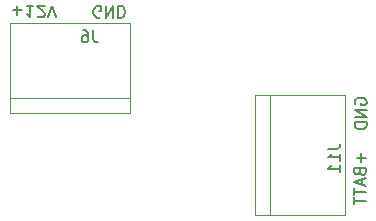
<source format=gbr>
%TF.GenerationSoftware,KiCad,Pcbnew,9.0.5*%
%TF.CreationDate,2025-12-11T06:11:38-03:00*%
%TF.ProjectId,stage power dron_v1,73746167-6520-4706-9f77-65722064726f,rev?*%
%TF.SameCoordinates,Original*%
%TF.FileFunction,Legend,Bot*%
%TF.FilePolarity,Positive*%
%FSLAX46Y46*%
G04 Gerber Fmt 4.6, Leading zero omitted, Abs format (unit mm)*
G04 Created by KiCad (PCBNEW 9.0.5) date 2025-12-11 06:11:38*
%MOMM*%
%LPD*%
G01*
G04 APERTURE LIST*
%ADD10C,0.150000*%
%ADD11C,0.120000*%
G04 APERTURE END LIST*
D10*
X133558095Y-49786133D02*
X134320000Y-49786133D01*
X133939047Y-49405180D02*
X133939047Y-50167085D01*
X135319999Y-49405180D02*
X134748571Y-49405180D01*
X135034285Y-49405180D02*
X135034285Y-50405180D01*
X135034285Y-50405180D02*
X134939047Y-50262323D01*
X134939047Y-50262323D02*
X134843809Y-50167085D01*
X134843809Y-50167085D02*
X134748571Y-50119466D01*
X135700952Y-50309942D02*
X135748571Y-50357561D01*
X135748571Y-50357561D02*
X135843809Y-50405180D01*
X135843809Y-50405180D02*
X136081904Y-50405180D01*
X136081904Y-50405180D02*
X136177142Y-50357561D01*
X136177142Y-50357561D02*
X136224761Y-50309942D01*
X136224761Y-50309942D02*
X136272380Y-50214704D01*
X136272380Y-50214704D02*
X136272380Y-50119466D01*
X136272380Y-50119466D02*
X136224761Y-49976609D01*
X136224761Y-49976609D02*
X135653333Y-49405180D01*
X135653333Y-49405180D02*
X136272380Y-49405180D01*
X136558095Y-50405180D02*
X136891428Y-49405180D01*
X136891428Y-49405180D02*
X137224761Y-50405180D01*
X140978095Y-50377561D02*
X140882857Y-50425180D01*
X140882857Y-50425180D02*
X140740000Y-50425180D01*
X140740000Y-50425180D02*
X140597143Y-50377561D01*
X140597143Y-50377561D02*
X140501905Y-50282323D01*
X140501905Y-50282323D02*
X140454286Y-50187085D01*
X140454286Y-50187085D02*
X140406667Y-49996609D01*
X140406667Y-49996609D02*
X140406667Y-49853752D01*
X140406667Y-49853752D02*
X140454286Y-49663276D01*
X140454286Y-49663276D02*
X140501905Y-49568038D01*
X140501905Y-49568038D02*
X140597143Y-49472800D01*
X140597143Y-49472800D02*
X140740000Y-49425180D01*
X140740000Y-49425180D02*
X140835238Y-49425180D01*
X140835238Y-49425180D02*
X140978095Y-49472800D01*
X140978095Y-49472800D02*
X141025714Y-49520419D01*
X141025714Y-49520419D02*
X141025714Y-49853752D01*
X141025714Y-49853752D02*
X140835238Y-49853752D01*
X141454286Y-49425180D02*
X141454286Y-50425180D01*
X141454286Y-50425180D02*
X142025714Y-49425180D01*
X142025714Y-49425180D02*
X142025714Y-50425180D01*
X142501905Y-49425180D02*
X142501905Y-50425180D01*
X142501905Y-50425180D02*
X142740000Y-50425180D01*
X142740000Y-50425180D02*
X142882857Y-50377561D01*
X142882857Y-50377561D02*
X142978095Y-50282323D01*
X142978095Y-50282323D02*
X143025714Y-50187085D01*
X143025714Y-50187085D02*
X143073333Y-49996609D01*
X143073333Y-49996609D02*
X143073333Y-49853752D01*
X143073333Y-49853752D02*
X143025714Y-49663276D01*
X143025714Y-49663276D02*
X142978095Y-49568038D01*
X142978095Y-49568038D02*
X142882857Y-49472800D01*
X142882857Y-49472800D02*
X142740000Y-49425180D01*
X142740000Y-49425180D02*
X142501905Y-49425180D01*
X163077866Y-61902571D02*
X163077866Y-62664476D01*
X163458819Y-62283523D02*
X162696914Y-62283523D01*
X162935009Y-63473999D02*
X162982628Y-63616856D01*
X162982628Y-63616856D02*
X163030247Y-63664475D01*
X163030247Y-63664475D02*
X163125485Y-63712094D01*
X163125485Y-63712094D02*
X163268342Y-63712094D01*
X163268342Y-63712094D02*
X163363580Y-63664475D01*
X163363580Y-63664475D02*
X163411200Y-63616856D01*
X163411200Y-63616856D02*
X163458819Y-63521618D01*
X163458819Y-63521618D02*
X163458819Y-63140666D01*
X163458819Y-63140666D02*
X162458819Y-63140666D01*
X162458819Y-63140666D02*
X162458819Y-63473999D01*
X162458819Y-63473999D02*
X162506438Y-63569237D01*
X162506438Y-63569237D02*
X162554057Y-63616856D01*
X162554057Y-63616856D02*
X162649295Y-63664475D01*
X162649295Y-63664475D02*
X162744533Y-63664475D01*
X162744533Y-63664475D02*
X162839771Y-63616856D01*
X162839771Y-63616856D02*
X162887390Y-63569237D01*
X162887390Y-63569237D02*
X162935009Y-63473999D01*
X162935009Y-63473999D02*
X162935009Y-63140666D01*
X163173104Y-64093047D02*
X163173104Y-64569237D01*
X163458819Y-63997809D02*
X162458819Y-64331142D01*
X162458819Y-64331142D02*
X163458819Y-64664475D01*
X162458819Y-64854952D02*
X162458819Y-65426380D01*
X163458819Y-65140666D02*
X162458819Y-65140666D01*
X162458819Y-65616857D02*
X162458819Y-66188285D01*
X163458819Y-65902571D02*
X162458819Y-65902571D01*
X162572438Y-57768095D02*
X162524819Y-57672857D01*
X162524819Y-57672857D02*
X162524819Y-57530000D01*
X162524819Y-57530000D02*
X162572438Y-57387143D01*
X162572438Y-57387143D02*
X162667676Y-57291905D01*
X162667676Y-57291905D02*
X162762914Y-57244286D01*
X162762914Y-57244286D02*
X162953390Y-57196667D01*
X162953390Y-57196667D02*
X163096247Y-57196667D01*
X163096247Y-57196667D02*
X163286723Y-57244286D01*
X163286723Y-57244286D02*
X163381961Y-57291905D01*
X163381961Y-57291905D02*
X163477200Y-57387143D01*
X163477200Y-57387143D02*
X163524819Y-57530000D01*
X163524819Y-57530000D02*
X163524819Y-57625238D01*
X163524819Y-57625238D02*
X163477200Y-57768095D01*
X163477200Y-57768095D02*
X163429580Y-57815714D01*
X163429580Y-57815714D02*
X163096247Y-57815714D01*
X163096247Y-57815714D02*
X163096247Y-57625238D01*
X163524819Y-58244286D02*
X162524819Y-58244286D01*
X162524819Y-58244286D02*
X163524819Y-58815714D01*
X163524819Y-58815714D02*
X162524819Y-58815714D01*
X163524819Y-59291905D02*
X162524819Y-59291905D01*
X162524819Y-59291905D02*
X162524819Y-59530000D01*
X162524819Y-59530000D02*
X162572438Y-59672857D01*
X162572438Y-59672857D02*
X162667676Y-59768095D01*
X162667676Y-59768095D02*
X162762914Y-59815714D01*
X162762914Y-59815714D02*
X162953390Y-59863333D01*
X162953390Y-59863333D02*
X163096247Y-59863333D01*
X163096247Y-59863333D02*
X163286723Y-59815714D01*
X163286723Y-59815714D02*
X163381961Y-59768095D01*
X163381961Y-59768095D02*
X163477200Y-59672857D01*
X163477200Y-59672857D02*
X163524819Y-59530000D01*
X163524819Y-59530000D02*
X163524819Y-59291905D01*
X160289819Y-61530476D02*
X161004104Y-61530476D01*
X161004104Y-61530476D02*
X161146961Y-61482857D01*
X161146961Y-61482857D02*
X161242200Y-61387619D01*
X161242200Y-61387619D02*
X161289819Y-61244762D01*
X161289819Y-61244762D02*
X161289819Y-61149524D01*
X161289819Y-62530476D02*
X161289819Y-61959048D01*
X161289819Y-62244762D02*
X160289819Y-62244762D01*
X160289819Y-62244762D02*
X160432676Y-62149524D01*
X160432676Y-62149524D02*
X160527914Y-62054286D01*
X160527914Y-62054286D02*
X160575533Y-61959048D01*
X161289819Y-63482857D02*
X161289819Y-62911429D01*
X161289819Y-63197143D02*
X160289819Y-63197143D01*
X160289819Y-63197143D02*
X160432676Y-63101905D01*
X160432676Y-63101905D02*
X160527914Y-63006667D01*
X160527914Y-63006667D02*
X160575533Y-62911429D01*
X140398333Y-51504819D02*
X140398333Y-52219104D01*
X140398333Y-52219104D02*
X140445952Y-52361961D01*
X140445952Y-52361961D02*
X140541190Y-52457200D01*
X140541190Y-52457200D02*
X140684047Y-52504819D01*
X140684047Y-52504819D02*
X140779285Y-52504819D01*
X139493571Y-51504819D02*
X139684047Y-51504819D01*
X139684047Y-51504819D02*
X139779285Y-51552438D01*
X139779285Y-51552438D02*
X139826904Y-51600057D01*
X139826904Y-51600057D02*
X139922142Y-51742914D01*
X139922142Y-51742914D02*
X139969761Y-51933390D01*
X139969761Y-51933390D02*
X139969761Y-52314342D01*
X139969761Y-52314342D02*
X139922142Y-52409580D01*
X139922142Y-52409580D02*
X139874523Y-52457200D01*
X139874523Y-52457200D02*
X139779285Y-52504819D01*
X139779285Y-52504819D02*
X139588809Y-52504819D01*
X139588809Y-52504819D02*
X139493571Y-52457200D01*
X139493571Y-52457200D02*
X139445952Y-52409580D01*
X139445952Y-52409580D02*
X139398333Y-52314342D01*
X139398333Y-52314342D02*
X139398333Y-52076247D01*
X139398333Y-52076247D02*
X139445952Y-51981009D01*
X139445952Y-51981009D02*
X139493571Y-51933390D01*
X139493571Y-51933390D02*
X139588809Y-51885771D01*
X139588809Y-51885771D02*
X139779285Y-51885771D01*
X139779285Y-51885771D02*
X139874523Y-51933390D01*
X139874523Y-51933390D02*
X139922142Y-51981009D01*
X139922142Y-51981009D02*
X139969761Y-52076247D01*
D11*
%TO.C,J11*%
X154100000Y-56970000D02*
X161720000Y-56970000D01*
X154100000Y-67130000D02*
X154100000Y-56970000D01*
X155370000Y-56970000D02*
X155370000Y-67130000D01*
X161720000Y-56970000D02*
X161720000Y-67130000D01*
X161720000Y-67130000D02*
X154100000Y-67130000D01*
%TO.C,J6*%
X133310000Y-50880000D02*
X143470000Y-50880000D01*
X133310000Y-57230000D02*
X143470000Y-57230000D01*
X133310000Y-58500000D02*
X133310000Y-50880000D01*
X143470000Y-50880000D02*
X143470000Y-58500000D01*
X143470000Y-58500000D02*
X133310000Y-58500000D01*
%TD*%
M02*

</source>
